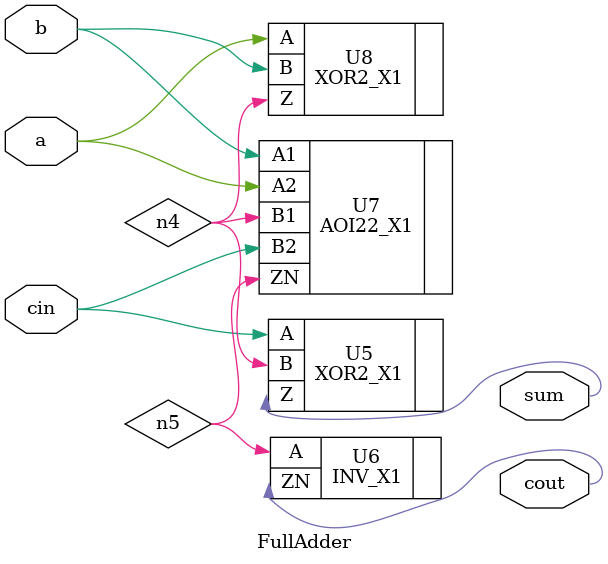
<source format=v>

module FullAdder ( a, b, cin, sum, cout );
  input a, b, cin;
  output sum, cout;
  wire   n4, n5;

  XOR2_X1 U5 ( .A(cin), .B(n4), .Z(sum) );
  INV_X1 U6 ( .A(n5), .ZN(cout) );
  AOI22_X1 U7 ( .A1(b), .A2(a), .B1(n4), .B2(cin), .ZN(n5) );
  XOR2_X1 U8 ( .A(a), .B(b), .Z(n4) );
endmodule


</source>
